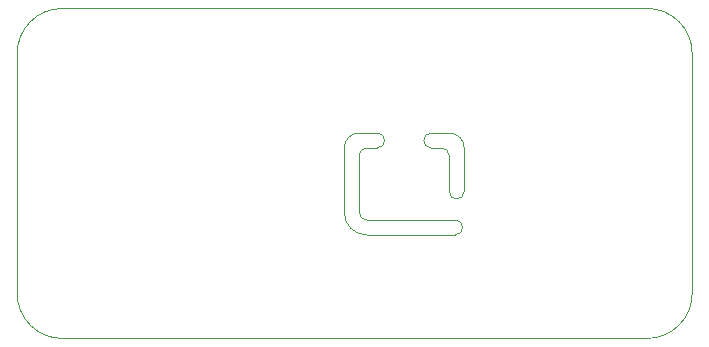
<source format=gm1>
G04 #@! TF.GenerationSoftware,KiCad,Pcbnew,5.1.4-e60b266~84~ubuntu18.04.1*
G04 #@! TF.CreationDate,2019-08-20T22:32:04+01:00*
G04 #@! TF.ProjectId,vctcxo-ref,76637463-786f-42d7-9265-662e6b696361,rev?*
G04 #@! TF.SameCoordinates,Original*
G04 #@! TF.FileFunction,Profile,NP*
%FSLAX46Y46*%
G04 Gerber Fmt 4.6, Leading zero omitted, Abs format (unit mm)*
G04 Created by KiCad (PCBNEW 5.1.4-e60b266~84~ubuntu18.04.1) date 2019-08-20 22:32:04*
%MOMM*%
%LPD*%
G04 APERTURE LIST*
%ADD10C,0.050000*%
G04 APERTURE END LIST*
D10*
X110236000Y-112776000D02*
G75*
G02X110871000Y-112141000I635000J0D01*
G01*
X117221000Y-112141000D02*
G75*
G02X117856000Y-112776000I0J-635000D01*
G01*
X108966000Y-112141000D02*
G75*
G02X110236000Y-110871000I1270000J0D01*
G01*
X111760000Y-110871000D02*
G75*
G02X111760000Y-112141000I0J-635000D01*
G01*
X116332000Y-112141000D02*
G75*
G02X116332000Y-110871000I0J635000D01*
G01*
X117856000Y-110871000D02*
G75*
G02X119126000Y-112141000I0J-1270000D01*
G01*
X119126000Y-115824000D02*
G75*
G02X117856000Y-115824000I-635000J0D01*
G01*
X118364000Y-118237000D02*
G75*
G02X118364000Y-119507000I0J-635000D01*
G01*
X110871000Y-119507000D02*
G75*
G02X108966000Y-117602000I0J1905000D01*
G01*
X110871000Y-118237000D02*
G75*
G02X110236000Y-117602000I0J635000D01*
G01*
X110871000Y-119507000D02*
X118364000Y-119507000D01*
X108966000Y-112141000D02*
X108966000Y-117602000D01*
X111760000Y-110871000D02*
X110236000Y-110871000D01*
X117856000Y-110871000D02*
X116332000Y-110871000D01*
X119126000Y-115824000D02*
X119126000Y-112141000D01*
X117856000Y-112776000D02*
X117856000Y-115824000D01*
X116332000Y-112141000D02*
X117221000Y-112141000D01*
X110871000Y-112141000D02*
X111760000Y-112141000D01*
X110236000Y-117602000D02*
X110236000Y-112776000D01*
X118364000Y-118237000D02*
X110871000Y-118237000D01*
X81280000Y-104140000D02*
G75*
G02X85090000Y-100330000I3810000J0D01*
G01*
X85090000Y-128270000D02*
G75*
G02X81280000Y-124460000I0J3810000D01*
G01*
X138430000Y-124460000D02*
G75*
G02X134620000Y-128270000I-3810000J0D01*
G01*
X134620000Y-100330000D02*
G75*
G02X138430000Y-104140000I0J-3810000D01*
G01*
X138430000Y-104140000D02*
X138430000Y-124460000D01*
X85090000Y-100330000D02*
X134620000Y-100330000D01*
X81280000Y-124460000D02*
X81280000Y-104140000D01*
X134620000Y-128270000D02*
X85090000Y-128270000D01*
M02*

</source>
